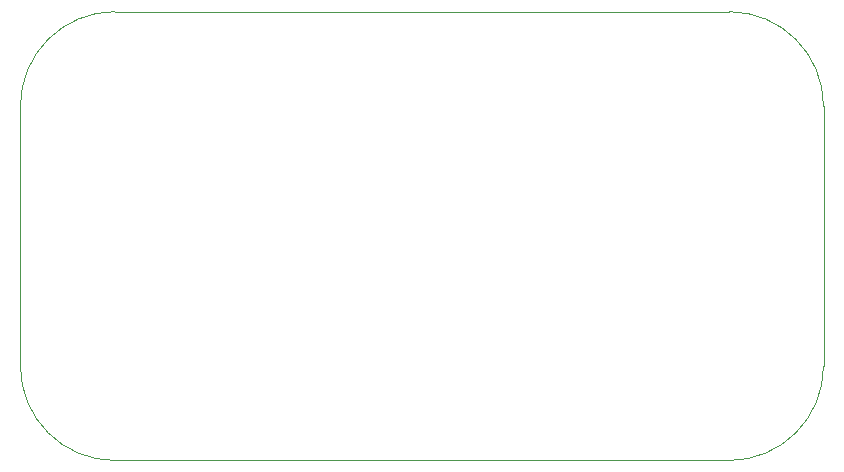
<source format=gm1>
G04 #@! TF.GenerationSoftware,KiCad,Pcbnew,(5.1.10)-1*
G04 #@! TF.CreationDate,2021-09-07T16:34:36-04:00*
G04 #@! TF.ProjectId,Motor_Controller,4d6f746f-725f-4436-9f6e-74726f6c6c65,rev?*
G04 #@! TF.SameCoordinates,Original*
G04 #@! TF.FileFunction,Profile,NP*
%FSLAX46Y46*%
G04 Gerber Fmt 4.6, Leading zero omitted, Abs format (unit mm)*
G04 Created by KiCad (PCBNEW (5.1.10)-1) date 2021-09-07 16:34:36*
%MOMM*%
%LPD*%
G01*
G04 APERTURE LIST*
G04 #@! TA.AperFunction,Profile*
%ADD10C,0.050000*%
G04 #@! TD*
G04 APERTURE END LIST*
D10*
X32000000Y-161000000D02*
G75*
G02*
X24000000Y-153000000I0J8000000D01*
G01*
X92000000Y-153000000D02*
G75*
G02*
X84000000Y-161000000I-8000000J0D01*
G01*
X24000000Y-131000000D02*
G75*
G02*
X32000000Y-123000000I8000000J0D01*
G01*
X84000000Y-123000000D02*
G75*
G02*
X92000000Y-131000000I0J-8000000D01*
G01*
X84000000Y-123000000D02*
X32000000Y-123000000D01*
X92000000Y-153000000D02*
X92000000Y-131000000D01*
X32000000Y-161000000D02*
X84000000Y-161000000D01*
X24000000Y-131000000D02*
X24000000Y-153000000D01*
M02*

</source>
